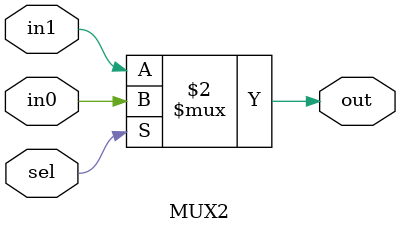
<source format=sv>
`timescale 1ns / 1ps
module MUX2(

    input logic in0,
    input logic in1,
    input logic sel,
    output logic out

 );
 
    assign out = (sel==0) ? in1 : in0;
  
  
endmodule

</source>
